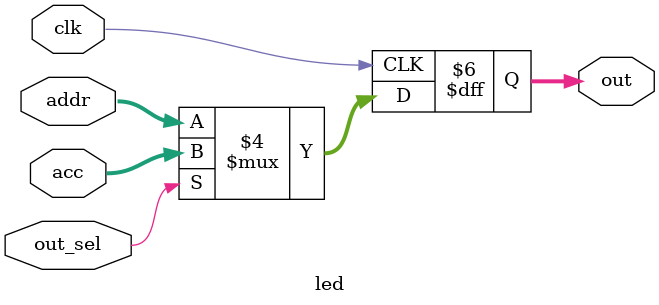
<source format=v>

module led(acc, addr, out, out_sel, clk);

input out_sel;
input clk;
input [7:0] acc, addr;

output [7:0] out;

reg [7:0] out;

always @(posedge clk)
    begin
        if(!out_sel)
            out = addr;
        else
            out = acc;
    end

endmodule
</source>
